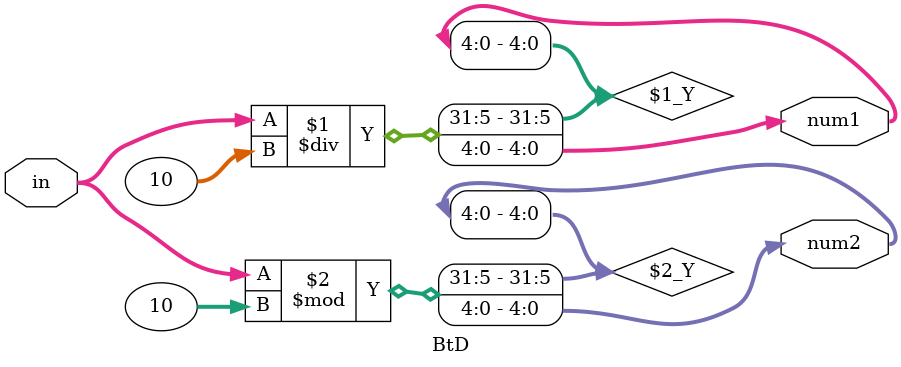
<source format=v>
module BtD(input [7:0] in, output [4:0] num1, num2);
	assign num1 = in / 10;
	assign num2 = in % 10;
endmodule
	
</source>
